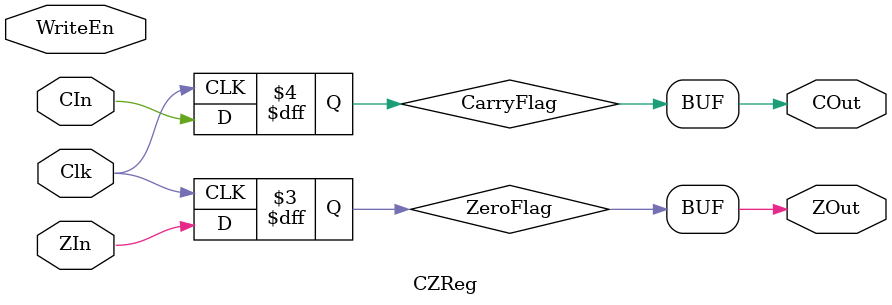
<source format=v>

/* parameters are compile time directives 
       this can be an any-size reg_file: just override the params!
*/
module CZReg (Clk,WriteEn,ZIn,CIn,ZOut,COut);
	parameter W=1;  // W = data path width (Do not change); D = pointer width (You may change)
	input                Clk,
								WriteEn;
	input        [W-1:0] ZIn;				  // address pointers
	input        [W-1:0] CIn;
	output reg   [W-1:0] ZOut;			  
	output reg   [W-1:0] COut;				

// W bits wide [W-1:0] and 2**4 registers deep 	 
reg [W-1:0] ZeroFlag;
reg [W-1:0] CarryFlag;

// NOTE:
// READ is combinational
// WRITE is sequential

always@*
begin
 ZOut = ZeroFlag;
 COut = CarryFlag;
end

// sequential (clocked) writes
always @ (posedge Clk) begin
		ZeroFlag <= ZIn;
		CarryFlag <= CIn;
end

endmodule

</source>
